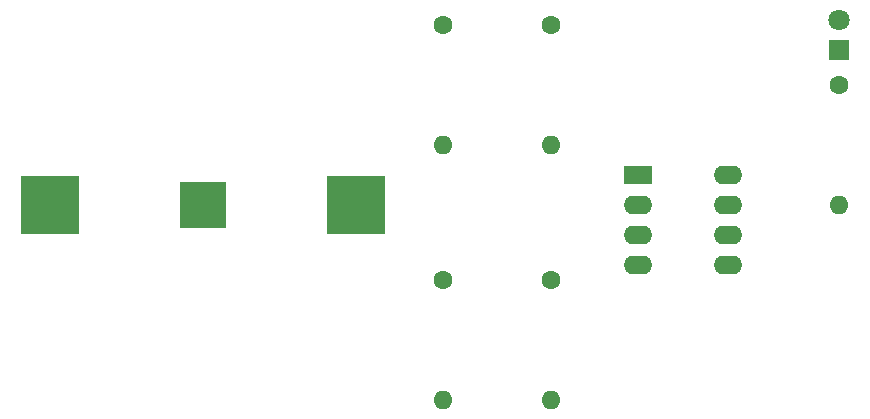
<source format=gbr>
%TF.GenerationSoftware,KiCad,Pcbnew,7.0.9-7.0.9~ubuntu22.04.1*%
%TF.CreationDate,2024-01-09T22:45:08-05:00*%
%TF.ProjectId,AoE_Too_Hot,416f455f-546f-46f5-9f48-6f742e6b6963,rev?*%
%TF.SameCoordinates,Original*%
%TF.FileFunction,Soldermask,Top*%
%TF.FilePolarity,Negative*%
%FSLAX46Y46*%
G04 Gerber Fmt 4.6, Leading zero omitted, Abs format (unit mm)*
G04 Created by KiCad (PCBNEW 7.0.9-7.0.9~ubuntu22.04.1) date 2024-01-09 22:45:08*
%MOMM*%
%LPD*%
G01*
G04 APERTURE LIST*
%ADD10R,5.000000X5.000000*%
%ADD11R,4.000000X4.000000*%
%ADD12C,1.800000*%
%ADD13R,1.800000X1.800000*%
%ADD14R,2.400000X1.600000*%
%ADD15O,2.400000X1.600000*%
%ADD16C,1.600000*%
%ADD17O,1.600000X1.600000*%
G04 APERTURE END LIST*
D10*
%TO.C,BT1*%
X81030000Y-78740000D03*
X106930000Y-78740000D03*
D11*
X93980000Y-78740000D03*
%TD*%
D12*
%TO.C,D1*%
X147828000Y-63119000D03*
D13*
X147828000Y-65659000D03*
%TD*%
D14*
%TO.C,U1*%
X130795000Y-76200000D03*
D15*
X130795000Y-78740000D03*
X130795000Y-81280000D03*
X130795000Y-83820000D03*
X138415000Y-83820000D03*
X138415000Y-81280000D03*
X138415000Y-78740000D03*
X138415000Y-76200000D03*
%TD*%
D16*
%TO.C,TH1*%
X123444000Y-85090000D03*
D17*
X123444000Y-95250000D03*
%TD*%
D16*
%TO.C,R1*%
X114250000Y-63580000D03*
D17*
X114250000Y-73740000D03*
%TD*%
%TO.C,R4*%
X147828000Y-78740000D03*
D16*
X147828000Y-68580000D03*
%TD*%
%TO.C,R2*%
X114250000Y-85090000D03*
D17*
X114250000Y-95250000D03*
%TD*%
D16*
%TO.C,R3*%
X123444000Y-63500000D03*
D17*
X123444000Y-73660000D03*
%TD*%
M02*

</source>
